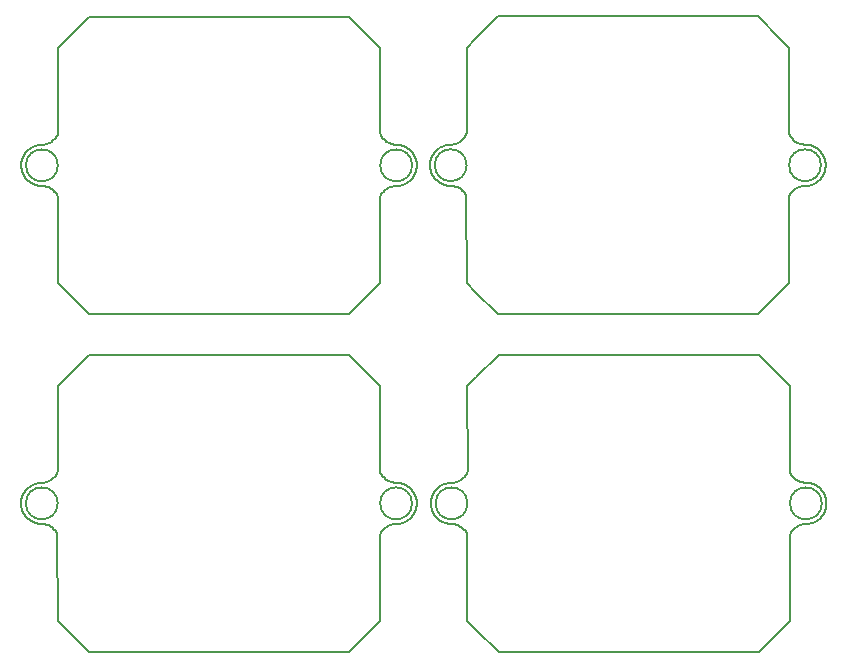
<source format=gbr>
%TF.GenerationSoftware,KiCad,Pcbnew,7.0.7*%
%TF.CreationDate,2023-10-04T23:53:35-06:00*%
%TF.ProjectId,Modular_Interfaces,4d6f6475-6c61-4725-9f49-6e7465726661,rev?*%
%TF.SameCoordinates,Original*%
%TF.FileFunction,Profile,NP*%
%FSLAX46Y46*%
G04 Gerber Fmt 4.6, Leading zero omitted, Abs format (unit mm)*
G04 Created by KiCad (PCBNEW 7.0.7) date 2023-10-04 23:53:35*
%MOMM*%
%LPD*%
G01*
G04 APERTURE LIST*
%TA.AperFunction,Profile*%
%ADD10C,0.150000*%
%TD*%
%TA.AperFunction,Profile*%
%ADD11C,0.200000*%
%TD*%
G04 APERTURE END LIST*
D10*
X154119713Y-104884994D02*
X154178453Y-104965907D01*
X122731321Y-107703117D02*
X122831237Y-107706688D01*
X154492817Y-77287892D02*
X154492754Y-77387879D01*
X156654865Y-104383812D02*
X156566443Y-104430490D01*
X188871004Y-106943155D02*
X188812162Y-107023994D01*
X120990010Y-106104036D02*
X121001475Y-106203363D01*
X155726734Y-77959668D02*
X155765729Y-78051736D01*
X121141301Y-105226873D02*
X121102422Y-105318991D01*
X153987322Y-107173941D02*
X153915552Y-107243557D01*
X151393500Y-87286780D02*
X150643500Y-88036780D01*
X123574300Y-107974620D02*
X123653503Y-108035635D01*
X154465507Y-106203363D02*
X154448388Y-106301873D01*
X122252398Y-79016458D02*
X122349128Y-79041765D01*
X122741330Y-79086779D02*
X122841246Y-79090350D01*
X187285807Y-75571736D02*
X187357000Y-75573480D01*
D11*
X188777291Y-105954118D02*
G75*
G03*
X188777291Y-105954118I-1350000J0D01*
G01*
D10*
X124098280Y-103251514D02*
X124060508Y-103344085D01*
X156863775Y-75644424D02*
X156768686Y-75675333D01*
X156480831Y-104482141D02*
X156398309Y-104538598D01*
X186507279Y-108036635D02*
X186432469Y-108102964D01*
X188036444Y-78936197D02*
X187943230Y-78972369D01*
X154056448Y-104807567D02*
X154119713Y-104884994D01*
X153140026Y-75632295D02*
X153236725Y-75657724D01*
X153841637Y-104598675D02*
X153917182Y-104664174D01*
X121041311Y-106399245D02*
X121069552Y-106495160D01*
X158472450Y-75052431D02*
X158405688Y-75126856D01*
X189089331Y-77075424D02*
X189100670Y-77174765D01*
X121410534Y-104807567D02*
X121347269Y-104884994D01*
X186194421Y-103521362D02*
X186250350Y-103604235D01*
X122147261Y-107602007D02*
X122242389Y-107632796D01*
X187653353Y-79048205D02*
X187554367Y-79062315D01*
X153137872Y-79041765D02*
X153039853Y-79061505D01*
X189020939Y-77865522D02*
X188987266Y-77959668D01*
X188987266Y-77959668D02*
X188948271Y-78051736D01*
X158639974Y-74804204D02*
X158589870Y-74890724D01*
X121882652Y-75813152D02*
X121797040Y-75864803D01*
X157454746Y-79077050D02*
X157554179Y-79087497D01*
X121196418Y-78154728D02*
X121245658Y-78241750D01*
X189106254Y-77374579D02*
X189100481Y-77474398D01*
X151556550Y-103603235D02*
X151618041Y-103682069D01*
X153029844Y-107677843D02*
X152930858Y-107691953D01*
X151378711Y-74635176D02*
X151416483Y-74727747D01*
X156035492Y-78470702D02*
X156103169Y-78544303D01*
X121347269Y-104884994D02*
X121288529Y-104965907D01*
X157819999Y-107759430D02*
X157915165Y-107790081D01*
X188905114Y-76507488D02*
X188949190Y-76597235D01*
X122336965Y-104248633D02*
X122240266Y-104274062D01*
X123798375Y-108173290D02*
X123863354Y-108249275D01*
X151406474Y-103344085D02*
X151450517Y-103433842D01*
X121963051Y-107524399D02*
X122054047Y-107565835D01*
X159457000Y-66623480D02*
X161357000Y-64723480D01*
X151450517Y-103433842D02*
X151500621Y-103520362D01*
X188533724Y-107309960D02*
X188454483Y-107370937D01*
X152735661Y-107703117D02*
X152635745Y-107706688D01*
X187427291Y-104204118D02*
X187527237Y-104206974D01*
X187918393Y-107633796D02*
X187821663Y-107659103D01*
X186062502Y-103252514D02*
X186100274Y-103345085D01*
X152366287Y-104156002D02*
X152463839Y-104177903D01*
X152072751Y-79253323D02*
X151985911Y-79302869D01*
X121001160Y-105705062D02*
X120989821Y-105804403D01*
X124026474Y-74817504D02*
X123976370Y-74904024D01*
X123920441Y-74986897D02*
X123858950Y-75065731D01*
X188456273Y-104538598D02*
X188535437Y-104599675D01*
X155664820Y-77769607D02*
X155693061Y-77865522D01*
X158327930Y-103891727D02*
X158247342Y-103950901D01*
D11*
X154093500Y-77336780D02*
G75*
G03*
X154093500Y-77336780I-1350000J0D01*
G01*
D10*
X157624470Y-107718135D02*
X157722947Y-107735410D01*
X186709351Y-75421331D02*
X186800350Y-75462746D01*
X187356098Y-104202374D02*
X187427291Y-104204118D01*
X186939417Y-107790081D02*
X186846590Y-107827216D01*
X121299787Y-78325817D02*
X121358629Y-78406656D01*
X183427291Y-93354118D02*
X181627291Y-93354118D01*
X158710265Y-103434842D02*
X158660161Y-103521362D01*
X183427291Y-118554118D02*
X161427291Y-118554118D01*
X188539061Y-78613919D02*
X188463433Y-78679322D01*
X152245617Y-107789081D02*
X152152790Y-107826216D01*
X157844874Y-79159443D02*
X157937701Y-79196578D01*
X187655533Y-75599131D02*
X187753526Y-75618995D01*
X153927191Y-76047836D02*
X153998873Y-76117543D01*
X188679957Y-76177929D02*
X188743222Y-76255356D01*
X156319145Y-104599675D02*
X156243600Y-104665174D01*
X154231333Y-106858088D02*
X154177204Y-106942155D01*
X153412935Y-107565835D02*
X153319721Y-107602007D01*
X157554179Y-79087497D02*
X157652656Y-79104772D01*
X154364560Y-105318991D02*
X154398113Y-105413180D01*
X154397430Y-106495160D02*
X154363757Y-106589306D01*
X120984174Y-105904230D02*
X120984237Y-106004217D01*
X123206521Y-75511113D02*
X123110704Y-75539664D01*
X153236725Y-75657724D02*
X153331814Y-75688633D01*
X158707000Y-87273480D02*
X159457000Y-88023480D01*
X161357000Y-64723480D02*
X181557000Y-64723480D01*
X186432469Y-108102964D02*
X186362407Y-108174290D01*
X189018562Y-106682374D02*
X188974373Y-106772066D01*
X154398113Y-105413180D02*
X154426233Y-105509130D01*
X152350792Y-79142092D02*
X152255626Y-79172743D01*
X158421884Y-79543652D02*
X158486863Y-79619637D01*
X159527291Y-116654118D02*
X161427291Y-118554118D01*
X120994183Y-77287892D02*
X120994246Y-77387879D01*
X122633545Y-104205974D02*
X122533926Y-104214534D01*
X153997331Y-78557603D02*
X153925561Y-78627219D01*
X189100670Y-77174765D02*
X189106317Y-77274592D01*
X156250567Y-78679322D02*
X156329808Y-78740299D01*
X188038482Y-75711623D02*
X188129426Y-75753174D01*
X154475516Y-77587025D02*
X154458397Y-77685535D01*
X151748678Y-79485626D02*
X151678616Y-79556952D01*
X187429461Y-107704117D02*
X187429461Y-107704117D01*
X123381140Y-104050969D02*
X123290141Y-104092384D01*
X186094112Y-108593277D02*
X186077291Y-115904118D01*
X157227726Y-104215534D02*
X157128758Y-104229769D01*
X157696943Y-104178903D02*
X157598117Y-104194051D01*
X189106317Y-77274592D02*
X189106254Y-77374579D01*
X153594339Y-104429490D02*
X153679951Y-104481141D01*
X153224593Y-107632796D02*
X153127863Y-107658103D01*
X123231374Y-79172743D02*
X123324201Y-79209878D01*
X186308312Y-75126856D02*
X186380028Y-75196518D01*
X158004649Y-75421331D02*
X157913650Y-75462746D01*
X188127440Y-78894761D02*
X188036444Y-78936197D01*
X150633491Y-95253118D02*
X148733491Y-93353118D01*
X188609352Y-107244557D02*
X188533724Y-107309960D01*
X189176608Y-105905230D02*
X189176545Y-106005217D01*
X186297428Y-108250275D02*
X186237838Y-108330556D01*
X158197809Y-79344982D02*
X158277012Y-79405997D01*
X185257000Y-66623480D02*
X183357000Y-64723480D01*
X151410321Y-79975939D02*
X151393500Y-87286780D01*
X186536949Y-75320263D02*
X186621412Y-75373761D01*
X158792080Y-103252514D02*
X158777291Y-96004118D01*
X155928306Y-105051042D02*
X155879177Y-105138126D01*
X151442138Y-108501466D02*
X151400312Y-108592277D01*
X155678037Y-106005217D02*
X155683810Y-106105036D01*
X151566559Y-74986897D02*
X151628050Y-75065731D01*
X187329545Y-107707688D02*
X187230112Y-107718135D01*
X189170772Y-106105036D02*
X189159307Y-106204363D01*
X157598117Y-104194051D02*
X157498484Y-104202374D01*
X155677974Y-105905230D02*
X155678037Y-106005217D01*
X121357278Y-76268656D02*
X121298538Y-76349569D01*
X121068869Y-105413180D02*
X121040749Y-105509130D01*
X124093500Y-67386780D02*
X124843500Y-66636780D01*
X154241342Y-78241750D02*
X154187213Y-78325817D01*
X153602422Y-78861495D02*
X153513940Y-78908061D01*
X156496152Y-75799852D02*
X156410540Y-75851503D01*
X121961065Y-104382812D02*
X121872643Y-104429490D01*
X123126199Y-107758430D02*
X123221365Y-107789081D01*
X151510630Y-74904024D02*
X151566559Y-74986897D01*
X154363757Y-106589306D02*
X154324762Y-106681374D01*
X158098040Y-107870661D02*
X158184880Y-107920207D01*
X186669702Y-107920207D02*
X186586482Y-107975620D01*
X155613519Y-77474398D02*
X155624984Y-77573725D01*
X121028603Y-77685535D02*
X121051320Y-77782907D01*
X121973060Y-78908061D02*
X122064056Y-78949497D01*
X157259263Y-79070749D02*
X157354830Y-79073479D01*
X154325681Y-105226873D02*
X154364560Y-105318991D01*
X121112431Y-76702653D02*
X121078878Y-76796842D01*
X187525028Y-107701387D02*
X187429461Y-107704117D01*
X186691703Y-104004399D02*
X186779642Y-104051969D01*
X188384192Y-78740299D02*
X188301599Y-78796652D01*
X151892682Y-107974620D02*
X151813479Y-108035635D01*
X188801962Y-76336269D02*
X188855985Y-76420404D01*
X123039156Y-79118072D02*
X123136208Y-79142092D01*
X121151310Y-76610535D02*
X121112431Y-76702653D01*
X157329554Y-107701387D02*
X157425121Y-107704117D01*
X188197731Y-107525399D02*
X188106735Y-107566835D01*
X122434958Y-104228769D02*
X122336965Y-104248633D01*
X186380028Y-75196518D02*
X186456361Y-75261089D01*
X154335690Y-76610535D02*
X154374569Y-76702653D01*
X189091913Y-105414180D02*
X189120033Y-105510130D01*
X158492175Y-108174290D02*
X158557154Y-108250275D01*
X155624669Y-77075424D02*
X155613330Y-77174765D01*
X152833437Y-104205974D02*
X152933056Y-104214534D01*
X123314192Y-107826216D02*
X123404240Y-107869661D01*
X186586482Y-107975620D02*
X186507279Y-108036635D01*
X154178453Y-104965907D02*
X154232476Y-105050042D01*
X189049742Y-76879492D02*
X189072336Y-76976893D01*
X154458836Y-76990193D02*
X154475831Y-77088724D01*
X158333972Y-75196518D02*
X158257639Y-75261089D01*
X155693061Y-77865522D02*
X155726734Y-77959668D01*
X156103169Y-78544303D02*
X156174939Y-78613919D01*
X152843446Y-75589636D02*
X152943065Y-75598196D01*
X122643554Y-75589636D02*
X122543935Y-75598196D01*
X156171918Y-104734881D02*
X156104334Y-104808567D01*
X157749708Y-79128792D02*
X157844874Y-79159443D01*
X186023821Y-79962639D02*
X186007000Y-87273480D01*
X123634130Y-103890727D02*
X123553542Y-103949901D01*
X121559809Y-76047836D02*
X121488127Y-76117543D01*
X155970778Y-76255356D02*
X155912038Y-76336269D01*
X152463839Y-104177903D02*
X152562665Y-104193051D01*
X158690179Y-79962639D02*
X158707000Y-87273480D01*
X187850225Y-75644424D02*
X187945314Y-75675333D01*
X188373751Y-104482141D02*
X188456273Y-104538598D01*
X188288139Y-104430490D02*
X188373751Y-104482141D01*
X121234506Y-105050042D02*
X121185377Y-105137126D01*
X187751372Y-79028465D02*
X187653353Y-79048205D01*
X153915552Y-107243557D02*
X153839924Y-107308960D01*
X123848941Y-103682069D02*
X123782179Y-103756494D01*
X121884578Y-78861495D02*
X121973060Y-78908061D01*
X187359170Y-79073479D02*
X187259254Y-79077050D01*
X157327345Y-104206974D02*
X157227726Y-104215534D01*
X153762473Y-104537598D02*
X153841637Y-104598675D01*
X189176545Y-106005217D02*
X189170772Y-106105036D01*
X124833491Y-95253118D02*
X126733491Y-93353118D01*
X121421992Y-78484002D02*
X121489669Y-78557603D01*
X157229924Y-107692953D02*
X157329554Y-107701387D01*
X155972129Y-78393356D02*
X156035492Y-78470702D01*
X153503931Y-107524399D02*
X153412935Y-107565835D01*
X186846590Y-107827216D02*
X186756542Y-107870661D01*
X122536124Y-107691953D02*
X122635754Y-107700387D01*
X152562665Y-104193051D02*
X152662298Y-104201374D01*
X155712394Y-106302873D02*
X155735111Y-106400245D01*
X120999830Y-77188065D02*
X120994183Y-77287892D01*
X186237838Y-108330556D02*
X186183923Y-108414754D01*
X155692378Y-76783542D02*
X155664258Y-76879492D01*
X124076679Y-79975939D02*
X124093500Y-87286780D01*
X151383491Y-96003118D02*
X150633491Y-95253118D01*
X124833491Y-116653118D02*
X126733491Y-118553118D01*
X188301599Y-78796652D02*
X188215922Y-78848195D01*
X122645763Y-79084049D02*
X122741330Y-79086779D01*
X123290141Y-104092384D02*
X123196512Y-104127451D01*
X155797025Y-106590306D02*
X155836020Y-106682374D01*
X122904317Y-104193051D02*
X122804684Y-104201374D01*
X151500621Y-103520362D02*
X151556550Y-103603235D01*
X151985911Y-79302869D02*
X151902691Y-79358282D01*
X189119471Y-106400245D02*
X189091230Y-106496160D01*
X153039853Y-79061505D02*
X152940867Y-79075615D01*
X156041069Y-104885994D02*
X155982329Y-104966907D01*
X152447844Y-79118072D02*
X152350792Y-79142092D01*
X123324201Y-79209878D02*
X123414249Y-79253323D01*
X188385982Y-75907960D02*
X188465146Y-75969037D01*
X152733491Y-104203118D02*
X152833437Y-104205974D01*
X151813479Y-108035635D02*
X151738669Y-108101964D01*
X121186409Y-106771066D02*
X121235649Y-106858088D01*
X156770770Y-78972369D02*
X156865898Y-79003158D01*
X187823817Y-104249633D02*
X187920516Y-104275062D01*
X188217848Y-75799852D02*
X188303460Y-75851503D01*
X188371890Y-107427290D02*
X188286213Y-107478833D01*
X155683621Y-105805403D02*
X155677974Y-105905230D01*
X188904082Y-78141428D02*
X188854842Y-78228450D01*
X158404263Y-103827156D02*
X158327930Y-103891727D01*
X155734549Y-105510130D02*
X155711955Y-105607531D01*
X186135938Y-108502466D02*
X186094112Y-108593277D01*
X154492754Y-77387879D02*
X154486981Y-77487698D01*
X186227137Y-79619637D02*
X186167547Y-79699918D01*
X123976370Y-74904024D02*
X123920441Y-74986897D01*
X187527237Y-104206974D02*
X187626856Y-104215534D01*
X153515926Y-75766474D02*
X153604348Y-75813152D01*
X155859158Y-78228450D02*
X155913287Y-78312517D01*
X148733491Y-118553118D02*
X126733491Y-118553118D01*
X151400312Y-108592277D02*
X151383491Y-115903118D01*
X151554047Y-79713218D02*
X151500132Y-79797416D01*
X120984237Y-106004217D02*
X120990010Y-106104036D01*
X155879177Y-105138126D02*
X155835101Y-105227873D01*
X157498484Y-104202374D02*
X157427291Y-104204118D01*
X152536312Y-107717135D02*
X152437835Y-107734410D01*
X148733491Y-93353118D02*
X146933491Y-93353118D01*
X158184880Y-107920207D02*
X158268100Y-107975620D01*
X188948271Y-78051736D02*
X188904082Y-78141428D01*
X188610831Y-78544303D02*
X188539061Y-78613919D01*
X154482808Y-105904230D02*
X154482745Y-106004217D01*
X156568369Y-107478833D02*
X156656851Y-107525399D01*
X121411983Y-107100340D02*
X121479660Y-107173941D01*
X158177051Y-75320263D02*
X158092588Y-75373761D01*
X154242485Y-76433704D02*
X154291614Y-76520788D01*
X158604232Y-103604235D02*
X158542741Y-103683069D01*
X188813513Y-104885994D02*
X188872253Y-104966907D01*
X123710463Y-103826156D02*
X123634130Y-103890727D01*
X186686251Y-79240023D02*
X186599411Y-79289569D01*
X123479088Y-75387061D02*
X123391149Y-75434631D01*
X152152790Y-107826216D02*
X152062742Y-107869661D01*
X121797040Y-75864803D02*
X121714518Y-75921260D01*
X154458397Y-77685535D02*
X154435680Y-77782907D01*
X189089016Y-77573725D02*
X189071897Y-77672235D01*
X156248854Y-75969037D02*
X156173309Y-76034536D01*
X121103225Y-106589306D02*
X121142220Y-106681374D01*
X121069552Y-106495160D02*
X121103225Y-106589306D01*
X159457000Y-88023480D02*
X161357000Y-89923480D01*
X188612373Y-76104243D02*
X188679957Y-76177929D01*
X186869126Y-79159443D02*
X186776299Y-79196578D01*
X124016465Y-103433842D02*
X123966361Y-103520362D01*
X189058360Y-105319991D02*
X189091913Y-105414180D01*
X186065647Y-79871828D02*
X186023821Y-79962639D01*
X157257054Y-75576336D02*
X157157435Y-75584896D01*
X188535437Y-104599675D02*
X188610982Y-104665174D01*
X151684803Y-103756494D02*
X151756519Y-103826156D01*
X122339119Y-107658103D02*
X122437138Y-107677843D01*
X124024844Y-108501466D02*
X124066670Y-108592277D01*
X155835101Y-105227873D02*
X155796222Y-105319991D01*
X121551430Y-107243557D02*
X121627058Y-107308960D01*
X188610982Y-104665174D02*
X188682664Y-104734881D01*
X156675518Y-75711623D02*
X156584574Y-75753174D01*
X153414973Y-104341261D02*
X153505917Y-104382812D01*
X157890312Y-104128451D02*
X157794495Y-104157002D01*
X156838977Y-104305971D02*
X156745809Y-104342261D01*
X188015605Y-104305971D02*
X188108773Y-104342261D01*
X121244515Y-76433704D02*
X121195386Y-76520788D01*
X121635354Y-75982337D02*
X121559809Y-76047836D01*
X158027749Y-79240023D02*
X158114589Y-79289569D01*
X153839924Y-107308960D02*
X153760683Y-107369937D01*
X153760683Y-107369937D02*
X153678090Y-107426290D01*
X123136208Y-79142092D02*
X123231374Y-79172743D01*
X158557154Y-108250275D02*
X158616744Y-108330556D01*
X156656851Y-107525399D02*
X156747847Y-107566835D01*
X152745670Y-79086779D02*
X152745670Y-79086779D01*
X152340783Y-107758430D02*
X152245617Y-107789081D01*
X156584574Y-75753174D02*
X156496152Y-75799852D01*
X188215922Y-78848195D02*
X188127440Y-78894761D01*
X186007000Y-87273480D02*
X185257000Y-88023480D01*
X152735661Y-107703117D02*
X152735661Y-107703117D01*
X188106735Y-107566835D02*
X188013521Y-107603007D01*
X124843500Y-66636780D02*
X126743500Y-64736780D01*
X158589870Y-74890724D02*
X158533941Y-74973597D01*
X188303460Y-75851503D02*
X188385982Y-75907960D01*
X155642103Y-77672235D02*
X155664820Y-77769607D01*
X186007000Y-67373480D02*
X185257000Y-66623480D01*
X123100695Y-104156002D02*
X123003143Y-104177903D01*
X123391149Y-75434631D02*
X123300150Y-75476046D01*
X156747847Y-107566835D02*
X156841061Y-107603007D01*
X154324762Y-106681374D02*
X154280573Y-106771066D01*
X187556565Y-75584896D02*
X187655533Y-75599131D01*
X153130017Y-104248633D02*
X153226716Y-104274062D01*
X123922944Y-108329556D02*
X123976859Y-108413754D01*
X186800350Y-75462746D02*
X186893979Y-75497813D01*
X153917182Y-104664174D02*
X153988864Y-104733881D01*
X121245658Y-78241750D02*
X121299787Y-78325817D01*
X187723644Y-107678843D02*
X187624658Y-107692953D01*
X152841237Y-79084049D02*
X152745670Y-79086779D01*
D11*
X124093500Y-77336780D02*
G75*
G03*
X124093500Y-77336780I-1350000J0D01*
G01*
D10*
X156934066Y-104275062D02*
X156838977Y-104305971D01*
X121549800Y-104664174D02*
X121478118Y-104733881D01*
X150633491Y-116653118D02*
X148733491Y-118553118D01*
X155683810Y-106105036D02*
X155695275Y-106204363D01*
X151756519Y-103826156D02*
X151832852Y-103890727D01*
X121050758Y-76892792D02*
X121028164Y-76990193D01*
X158007992Y-107827216D02*
X158098040Y-107870661D01*
X151500132Y-79797416D02*
X151452147Y-79885128D01*
X121971074Y-75766474D02*
X121882652Y-75813152D01*
X121028164Y-76990193D02*
X121011169Y-77088724D01*
X154128371Y-78406656D02*
X154065008Y-78484002D01*
X153592413Y-107477833D02*
X153503931Y-107524399D01*
X158486863Y-79619637D02*
X158546453Y-79699918D01*
X189120033Y-105510130D02*
X189142627Y-105607531D01*
X121420543Y-76191229D02*
X121357278Y-76268656D01*
X151766528Y-75209818D02*
X151842861Y-75274389D01*
X155809918Y-78141428D02*
X155859158Y-78228450D01*
X153925561Y-78627219D02*
X153849933Y-78692622D01*
X122940679Y-79100797D02*
X123039156Y-79118072D01*
X158721789Y-74621876D02*
X158684017Y-74714447D01*
X153770692Y-78753599D02*
X153688099Y-78809952D01*
X154054999Y-107100340D02*
X153987322Y-107173941D01*
X154435680Y-77782907D02*
X154407439Y-77878822D01*
X188465146Y-75969037D02*
X188540691Y-76034536D01*
X187131635Y-107735410D02*
X187034583Y-107759430D01*
X148743500Y-89936780D02*
X126743500Y-89936780D01*
X154477161Y-105804403D02*
X154482808Y-105904230D01*
X156410540Y-75851503D02*
X156328018Y-75907960D01*
X188988069Y-76689353D02*
X189021622Y-76783542D01*
X122914326Y-75576713D02*
X122814693Y-75585036D01*
X158542741Y-103683069D02*
X158475979Y-103757494D01*
X154373766Y-77972968D02*
X154334771Y-78065036D01*
X154334771Y-78065036D02*
X154290582Y-78154728D01*
X151416483Y-74727747D02*
X151460526Y-74817504D01*
X186607240Y-103950901D02*
X186691703Y-104004399D01*
X152473848Y-75561565D02*
X152572674Y-75576713D01*
X188748799Y-107101340D02*
X188681122Y-107174941D01*
X157915165Y-107790081D02*
X158007992Y-107827216D01*
X187624658Y-107692953D02*
X187525028Y-107701387D01*
X186621412Y-75373761D02*
X186709351Y-75421331D01*
X122062018Y-75724923D02*
X121971074Y-75766474D01*
X158405688Y-75126856D02*
X158333972Y-75196518D01*
X123738322Y-79485626D02*
X123808384Y-79556952D01*
X187725824Y-104229769D02*
X187823817Y-104249633D01*
X152255626Y-79172743D02*
X152162799Y-79209878D01*
X186756542Y-107870661D02*
X186669702Y-107920207D01*
X185992211Y-74621876D02*
X186007000Y-67373480D01*
X121478118Y-104733881D02*
X121410534Y-104807567D01*
X154482745Y-106004217D02*
X154476972Y-106104036D01*
X186077291Y-115904118D02*
X185327291Y-116654118D01*
X187626856Y-104215534D02*
X187725824Y-104229769D01*
X186779642Y-104051969D02*
X186870641Y-104093384D01*
X154177204Y-106942155D02*
X154118362Y-107022994D01*
X186362407Y-108174290D02*
X186297428Y-108250275D01*
X152162799Y-79209878D02*
X152072751Y-79253323D01*
X152635745Y-107706688D02*
X152536312Y-107717135D01*
X122743500Y-75586780D02*
X122643554Y-75589636D01*
X153424982Y-75724923D02*
X153515926Y-75766474D01*
X124093500Y-87286780D02*
X124843500Y-88036780D01*
X156173460Y-107174941D02*
X156245230Y-107244557D01*
X123966361Y-103520362D02*
X123910432Y-103603235D01*
X123221365Y-107789081D02*
X123314192Y-107826216D01*
X186516191Y-79344982D02*
X186436988Y-79405997D01*
X158792080Y-103252514D02*
X158754308Y-103345085D01*
X123029147Y-107734410D02*
X123126199Y-107758430D01*
X157983941Y-104093384D02*
X157890312Y-104128451D01*
X186241550Y-75052431D02*
X186308312Y-75126856D01*
X158670659Y-108414754D02*
X158718644Y-108502466D01*
X158268100Y-107975620D02*
X158347303Y-108036635D01*
X155765729Y-78051736D02*
X155809918Y-78141428D01*
X186893979Y-75497813D02*
X186989796Y-75526364D01*
X186100274Y-103345085D02*
X186144317Y-103434842D01*
X187186174Y-75563413D02*
X187285807Y-75571736D01*
X158777291Y-96004118D02*
X159527291Y-95254118D01*
X124098280Y-103251514D02*
X124083491Y-96003118D01*
X121152229Y-78065036D02*
X121196418Y-78154728D01*
X122052009Y-104341261D02*
X121961065Y-104382812D01*
X188454483Y-107370937D02*
X188371890Y-107427290D01*
X122930670Y-107717135D02*
X123029147Y-107734410D01*
X186311841Y-103683069D02*
X186378603Y-103757494D01*
X154066457Y-76191229D02*
X154129722Y-76268656D01*
X188854842Y-78228450D02*
X188800713Y-78312517D01*
X155836020Y-106682374D02*
X155880209Y-106772066D01*
D11*
X124083491Y-105953118D02*
G75*
G03*
X124083491Y-105953118I-1350000J0D01*
G01*
D10*
X186599411Y-79289569D02*
X186516191Y-79344982D01*
X158648353Y-79871828D02*
X158690179Y-79962639D01*
X187034583Y-107759430D02*
X186939417Y-107790081D01*
X155808886Y-76507488D02*
X155764810Y-76597235D01*
X124070517Y-74727747D02*
X124026474Y-74817504D01*
X120994246Y-77387879D02*
X121000019Y-77487698D01*
X186870641Y-104093384D02*
X186964270Y-104128451D01*
X124843500Y-88036780D02*
X126743500Y-89936780D01*
X185992211Y-74621876D02*
X186029983Y-74714447D01*
X154129722Y-76268656D02*
X154188462Y-76349569D01*
X122242389Y-107632796D02*
X122339119Y-107658103D01*
X156243600Y-104665174D02*
X156171918Y-104734881D01*
X156400099Y-107370937D02*
X156482692Y-107427290D01*
X188926276Y-105051042D02*
X188975405Y-105138126D01*
X151628050Y-75065731D02*
X151694812Y-75140156D01*
X123808384Y-79556952D02*
X123873363Y-79632937D01*
X122831237Y-107706688D02*
X122930670Y-107717135D01*
X155641664Y-76976893D02*
X155624669Y-77075424D01*
X156482692Y-107427290D02*
X156568369Y-107478833D01*
X123013152Y-75561565D02*
X122914326Y-75576713D01*
X188741871Y-78393356D02*
X188678508Y-78470702D01*
X153331814Y-75688633D02*
X153424982Y-75724923D01*
X188286213Y-107478833D02*
X188197731Y-107525399D01*
X156245230Y-107244557D02*
X156320858Y-107309960D01*
X157032919Y-107659103D02*
X157130938Y-107678843D01*
X122533926Y-104214534D02*
X122434958Y-104228769D01*
X152062742Y-107869661D02*
X151975902Y-107919207D01*
X188681122Y-107174941D02*
X188609352Y-107244557D01*
X121798901Y-78809952D02*
X121884578Y-78861495D01*
X122543935Y-75598196D02*
X122444967Y-75612431D01*
X121488127Y-76117543D02*
X121420543Y-76191229D01*
X156865898Y-79003158D02*
X156962628Y-79028465D01*
X186964270Y-104128451D02*
X187060087Y-104157002D01*
X148743500Y-64736780D02*
X146943500Y-64736780D01*
X156104334Y-104808567D02*
X156041069Y-104885994D01*
X122349128Y-79041765D02*
X122447147Y-79061505D01*
X152943065Y-75598196D02*
X153042033Y-75612431D01*
X123491080Y-107919207D02*
X123574300Y-107974620D01*
X186183923Y-108414754D02*
X186135938Y-108502466D01*
X186456361Y-75261089D02*
X186536949Y-75320263D01*
X155607746Y-77374579D02*
X155613519Y-77474398D01*
X187087348Y-75548265D02*
X187186174Y-75563413D01*
X189071897Y-77672235D02*
X189049180Y-77769607D01*
X123469079Y-104003399D02*
X123381140Y-104050969D01*
X157060647Y-79048205D02*
X157159633Y-79062315D01*
X185327291Y-116654118D02*
X183427291Y-118554118D01*
X155711955Y-105607531D02*
X155694960Y-105706062D01*
X151603628Y-108249275D02*
X151544038Y-108329556D01*
X187061344Y-79104772D02*
X186964292Y-79128792D01*
X157030765Y-104249633D02*
X156934066Y-104275062D01*
X151823488Y-79419297D02*
X151748678Y-79485626D01*
X121102422Y-105318991D02*
X121068869Y-105413180D01*
X188108773Y-104342261D02*
X188199717Y-104383812D01*
X187357000Y-75573480D02*
X187456946Y-75576336D01*
X151738669Y-108101964D02*
X151668607Y-108173290D01*
X152376296Y-75539664D02*
X152473848Y-75561565D01*
X155762669Y-105414180D02*
X155734549Y-105510130D01*
X186062502Y-103252514D02*
X186077291Y-96004118D01*
X157425121Y-107704117D02*
X157525037Y-107707688D01*
X188750248Y-104808567D02*
X188813513Y-104885994D01*
X154291614Y-76520788D02*
X154335690Y-76610535D01*
X154280573Y-106771066D02*
X154231333Y-106858088D01*
X187157639Y-104178903D02*
X187256465Y-104194051D01*
X151618041Y-103682069D02*
X151684803Y-103756494D01*
X153998873Y-76117543D02*
X154066457Y-76191229D01*
X187159821Y-79087497D02*
X187061344Y-79104772D01*
X154290582Y-78154728D02*
X154241342Y-78241750D01*
X189072336Y-76976893D02*
X189089331Y-77075424D01*
X156320858Y-107309960D02*
X156400099Y-107370937D01*
X188013521Y-107603007D02*
X187918393Y-107633796D01*
X121872643Y-104429490D02*
X121787031Y-104481141D01*
X155694960Y-105706062D02*
X155683621Y-105805403D01*
X189091230Y-106496160D02*
X189057557Y-106590306D01*
X121627058Y-107308960D02*
X121706299Y-107369937D01*
X152572674Y-75576713D02*
X152672307Y-75585036D01*
X152933056Y-104214534D02*
X153032024Y-104228769D01*
X158718644Y-108502466D02*
X158760470Y-108593277D01*
X154486981Y-77487698D02*
X154475516Y-77587025D01*
X122733491Y-104203118D02*
X122633545Y-104205974D01*
X123300150Y-75476046D02*
X123206521Y-75511113D01*
X121011484Y-77587025D02*
X121028603Y-77685535D01*
X151544038Y-108329556D02*
X151490123Y-108413754D01*
X123563551Y-75333563D02*
X123479088Y-75387061D01*
X153688099Y-78809952D02*
X153602422Y-78861495D01*
X121706299Y-107369937D02*
X121788892Y-107426290D01*
X123196512Y-104127451D02*
X123100695Y-104156002D01*
X154232476Y-105050042D02*
X154281605Y-105137126D01*
X157130938Y-107678843D02*
X157229924Y-107692953D01*
X151393500Y-67386780D02*
X150643500Y-66636780D01*
X123414249Y-79253323D02*
X123501089Y-79302869D01*
X152437835Y-107734410D02*
X152340783Y-107758430D01*
X154425671Y-106399245D02*
X154397430Y-106495160D01*
X152743500Y-75586780D02*
X152843446Y-75589636D01*
X189021622Y-76783542D02*
X189049742Y-76879492D01*
X120989821Y-105804403D02*
X120984174Y-105904230D01*
X155880209Y-106772066D02*
X155929449Y-106859088D01*
X186124130Y-74890724D02*
X186180059Y-74973597D01*
X156936189Y-107633796D02*
X157032919Y-107659103D01*
X152831228Y-107700387D02*
X152735661Y-107703117D01*
X154475831Y-77088724D02*
X154487170Y-77188065D01*
X186450319Y-103827156D02*
X186526652Y-103891727D01*
X154487170Y-77188065D02*
X154492817Y-77287892D01*
X151842861Y-75274389D02*
X151923449Y-75333563D01*
X151368702Y-103251514D02*
X151406474Y-103344085D01*
X153319721Y-107602007D02*
X153224593Y-107632796D01*
X153234602Y-79016458D02*
X153137872Y-79041765D01*
X188855985Y-76420404D02*
X188905114Y-76507488D01*
X157794495Y-104157002D02*
X157696943Y-104178903D01*
X158684017Y-74714447D02*
X158639974Y-74804204D01*
X153772482Y-75921260D02*
X153851646Y-75982337D01*
X188925133Y-106859088D02*
X188871004Y-106943155D01*
X155764810Y-76597235D02*
X155725931Y-76689353D01*
X156768686Y-75675333D02*
X156675518Y-75711623D01*
X122145177Y-104304971D02*
X122052009Y-104341261D01*
X156677556Y-78936197D02*
X156770770Y-78972369D01*
D11*
X188707000Y-77323480D02*
G75*
G03*
X188707000Y-77323480I-1350000J0D01*
G01*
D10*
X153849933Y-78692622D02*
X153770692Y-78753599D01*
X158092588Y-75373761D02*
X158004649Y-75421331D01*
X126743500Y-64736780D02*
X146943500Y-64736780D01*
X123728313Y-108101964D02*
X123798375Y-108173290D01*
X157652656Y-79104772D02*
X157749708Y-79128792D01*
X122437138Y-107677843D02*
X122536124Y-107691953D01*
D11*
X154083491Y-105953118D02*
G75*
G03*
X154083491Y-105953118I-1350000J0D01*
G01*
D10*
X188678508Y-78470702D02*
X188610831Y-78544303D01*
X151832852Y-103890727D02*
X151913440Y-103949901D01*
X151923449Y-75333563D02*
X152007912Y-75387061D01*
X121298538Y-76349569D02*
X121244515Y-76433704D01*
X186436988Y-79405997D02*
X186362178Y-79472326D01*
X155796222Y-105319991D02*
X155762669Y-105414180D01*
X155763352Y-106496160D02*
X155797025Y-106590306D01*
X157722947Y-107735410D02*
X157819999Y-107759430D01*
X121289778Y-106942155D02*
X121348620Y-107022994D01*
X123863354Y-108249275D02*
X123922944Y-108329556D01*
X157525037Y-107707688D02*
X157624470Y-107718135D01*
X188800713Y-78312517D02*
X188741871Y-78393356D01*
X124108289Y-74635176D02*
X124093500Y-67386780D01*
X123792188Y-75140156D02*
X123720472Y-75209818D01*
X156962628Y-79028465D02*
X157060647Y-79048205D01*
X187821663Y-107659103D02*
X187723644Y-107678843D01*
X154426233Y-105509130D02*
X154448827Y-105606531D01*
X158660161Y-103521362D02*
X158604232Y-103604235D01*
X189159622Y-105706062D02*
X189170961Y-105805403D01*
X121874569Y-107477833D02*
X121963051Y-107524399D01*
X126733491Y-93353118D02*
X146933491Y-93353118D01*
X157724204Y-75526364D02*
X157626652Y-75548265D01*
X153513940Y-78908061D02*
X153422944Y-78949497D01*
X185327291Y-95254118D02*
X183427291Y-93354118D01*
X154465822Y-105705062D02*
X154477161Y-105804403D01*
X155983578Y-106943155D02*
X156042420Y-107023994D01*
X156586560Y-78894761D02*
X156677556Y-78936197D01*
X154065008Y-78484002D02*
X153997331Y-78557603D01*
X123910432Y-103603235D02*
X123848941Y-103682069D01*
X158162879Y-104004399D02*
X158074940Y-104051969D01*
X121078878Y-76796842D02*
X121050758Y-76892792D01*
X121704509Y-104537598D02*
X121625345Y-104598675D01*
X159527291Y-95254118D02*
X161427291Y-93354118D01*
X186029983Y-74714447D02*
X186074026Y-74804204D01*
X157354830Y-79073479D02*
X157454746Y-79077050D01*
X122841246Y-79090350D02*
X122940679Y-79100797D01*
X152280479Y-75511113D02*
X152376296Y-75539664D01*
X186144317Y-103434842D02*
X186194421Y-103521362D01*
X186077291Y-96004118D02*
X185327291Y-95254118D01*
X152546321Y-79100797D02*
X152447844Y-79118072D01*
X189057557Y-106590306D02*
X189018562Y-106682374D01*
X122346974Y-75632295D02*
X122250275Y-75657724D01*
X122054047Y-107565835D02*
X122147261Y-107602007D01*
X152270470Y-104127451D02*
X152366287Y-104156002D01*
X154281605Y-105137126D02*
X154325681Y-105226873D01*
X123720472Y-75209818D02*
X123644139Y-75274389D01*
X155858015Y-76420404D02*
X155808886Y-76507488D01*
X151452147Y-79885128D02*
X151410321Y-79975939D01*
X158475979Y-103757494D02*
X158404263Y-103827156D01*
X187259254Y-79077050D02*
X187159821Y-79087497D01*
X188974373Y-106772066D02*
X188925133Y-106859088D01*
X188129426Y-75753174D02*
X188217848Y-75799852D01*
X186250350Y-103604235D02*
X186311841Y-103683069D01*
X151368702Y-103251514D02*
X151383491Y-96003118D01*
X150643500Y-66636780D02*
X148743500Y-64736780D01*
X156101627Y-76104243D02*
X156034043Y-76177929D01*
X151678616Y-79556952D02*
X151613637Y-79632937D01*
X123584309Y-79358282D02*
X123663512Y-79419297D01*
X157626652Y-75548265D02*
X157527826Y-75563413D01*
X150643500Y-88036780D02*
X148743500Y-89936780D01*
X154408122Y-76796842D02*
X154436242Y-76892792D01*
X123986868Y-79797416D02*
X124034853Y-79885128D01*
X121235649Y-106858088D02*
X121289778Y-106942155D01*
X121051320Y-77782907D02*
X121079561Y-77878822D01*
X153988864Y-104733881D02*
X154056448Y-104807567D01*
X189170961Y-105805403D02*
X189176608Y-105905230D01*
X156329808Y-78740299D02*
X156412401Y-78796652D01*
X151613637Y-79632937D02*
X151554047Y-79713218D01*
X151383491Y-115903118D02*
X150633491Y-116653118D01*
X156173309Y-76034536D02*
X156101627Y-76104243D01*
X152930858Y-107691953D02*
X152831228Y-107700387D01*
X121288529Y-104965907D02*
X121234506Y-105050042D01*
X186776299Y-79196578D02*
X186686251Y-79240023D01*
X123644139Y-75274389D02*
X123563551Y-75333563D01*
X122804684Y-104201374D02*
X122733491Y-104203118D01*
X183357000Y-89923480D02*
X161357000Y-89923480D01*
X151490123Y-108413754D02*
X151442138Y-108501466D01*
X121113234Y-77972968D02*
X121152229Y-78065036D01*
X155607683Y-77274592D02*
X155607746Y-77374579D01*
X153851646Y-75982337D02*
X153927191Y-76047836D01*
X151913440Y-103949901D02*
X151997903Y-104003399D01*
X187060087Y-104157002D02*
X187157639Y-104178903D01*
X158422113Y-108102964D02*
X158492175Y-108174290D01*
X151902691Y-79358282D02*
X151823488Y-79419297D01*
X157427291Y-104204118D02*
X157327345Y-104206974D01*
X186362178Y-79472326D02*
X186292116Y-79543652D01*
X188682664Y-104734881D02*
X188750248Y-104808567D01*
X155929449Y-106859088D02*
X155983578Y-106943155D01*
X156745809Y-104342261D02*
X156654865Y-104383812D01*
X122064056Y-78949497D02*
X122157270Y-78985669D01*
X156960474Y-75618995D02*
X156863775Y-75644424D01*
X123653503Y-108035635D02*
X123728313Y-108101964D01*
X155613330Y-77174765D02*
X155607683Y-77274592D01*
X155982329Y-104966907D02*
X155928306Y-105051042D01*
X124034853Y-79885128D02*
X124076679Y-79975939D01*
X121348620Y-107022994D02*
X121411983Y-107100340D01*
X123110704Y-75539664D02*
X123013152Y-75561565D01*
X189049180Y-77769607D02*
X189020939Y-77865522D01*
X186074026Y-74804204D02*
X186124130Y-74890724D01*
X188949190Y-76597235D02*
X188988069Y-76689353D01*
X152186850Y-75476046D02*
X152280479Y-75511113D01*
X154187213Y-78325817D02*
X154128371Y-78406656D01*
X157157435Y-75584896D02*
X157058467Y-75599131D01*
X124108289Y-74635176D02*
X124070517Y-74727747D01*
X158257639Y-75261089D02*
X158177051Y-75320263D01*
X121561439Y-78627219D02*
X121637067Y-78692622D01*
X189100481Y-77474398D02*
X189089016Y-77573725D01*
X188872253Y-104966907D02*
X188926276Y-105051042D01*
D11*
X158707000Y-77323480D02*
G75*
G03*
X158707000Y-77323480I-1350000J0D01*
G01*
D10*
X186378603Y-103757494D02*
X186450319Y-103827156D01*
X156398309Y-104538598D02*
X156319145Y-104599675D01*
X188463433Y-78679322D02*
X188384192Y-78740299D01*
X158721789Y-74621876D02*
X158707000Y-67373480D01*
X122155186Y-75688633D02*
X122062018Y-75724923D01*
X186989796Y-75526364D02*
X187087348Y-75548265D01*
X155695275Y-106204363D02*
X155712394Y-106302873D01*
X151378711Y-74635176D02*
X151393500Y-67386780D01*
X121011169Y-77088724D02*
X120999830Y-77188065D01*
X188743222Y-76255356D02*
X188801962Y-76336269D01*
X157357000Y-75573480D02*
X157257054Y-75576336D01*
X121001475Y-106203363D02*
X121018594Y-106301873D01*
X124060508Y-103344085D02*
X124016465Y-103433842D01*
X152745670Y-79086779D02*
X152645754Y-79090350D01*
X158754308Y-103345085D02*
X158710265Y-103434842D01*
X153127863Y-107658103D02*
X153029844Y-107677843D01*
X121489669Y-78557603D02*
X121561439Y-78627219D01*
X152176841Y-104092384D02*
X152270470Y-104127451D01*
X188199717Y-104383812D02*
X188288139Y-104430490D01*
X121714518Y-75921260D02*
X121635354Y-75982337D01*
X123501089Y-79302869D02*
X123584309Y-79358282D01*
X152095851Y-75434631D02*
X152186850Y-75476046D01*
X121787031Y-104481141D02*
X121704509Y-104537598D01*
X156566443Y-104430490D02*
X156480831Y-104482141D01*
X155913287Y-78312517D02*
X155972129Y-78393356D01*
X152662298Y-104201374D02*
X152733491Y-104203118D01*
X153679951Y-104481141D02*
X153762473Y-104537598D01*
X152645754Y-79090350D02*
X152546321Y-79100797D01*
X123873363Y-79632937D02*
X123932953Y-79713218D01*
X157128758Y-104229769D02*
X157030765Y-104249633D01*
X121358629Y-78406656D02*
X121421992Y-78484002D01*
X152085842Y-104050969D02*
X152176841Y-104092384D01*
X158277012Y-79405997D02*
X158351822Y-79472326D01*
X121637067Y-78692622D02*
X121716308Y-78753599D01*
X153329730Y-78985669D02*
X153234602Y-79016458D01*
X122814693Y-75585036D02*
X122743500Y-75586780D01*
X121079561Y-77878822D02*
X121113234Y-77972968D01*
X121625345Y-104598675D02*
X121549800Y-104664174D01*
X187848102Y-79003158D02*
X187751372Y-79028465D01*
X155735111Y-106400245D02*
X155763352Y-106496160D01*
X122635754Y-107700387D02*
X122731321Y-107703117D01*
X157527826Y-75563413D02*
X157428193Y-75571736D01*
X188975405Y-105138126D02*
X189019481Y-105227873D01*
X187429461Y-107704117D02*
X187329545Y-107707688D01*
X122240266Y-104274062D02*
X122145177Y-104304971D01*
X153689960Y-75864803D02*
X153772482Y-75921260D01*
X121788892Y-107426290D02*
X121874569Y-107477833D01*
X122250275Y-75657724D02*
X122155186Y-75688633D01*
X156105783Y-107101340D02*
X156173460Y-107174941D01*
X158777291Y-115904118D02*
X159527291Y-116654118D01*
X158600368Y-79784116D02*
X158648353Y-79871828D01*
X157058467Y-75599131D02*
X156960474Y-75618995D01*
X121195386Y-76520788D02*
X121151310Y-76610535D01*
X158707000Y-67373480D02*
X159457000Y-66623480D01*
X152672307Y-75585036D02*
X152743500Y-75586780D01*
X154436242Y-76892792D02*
X154458836Y-76990193D01*
X157159633Y-79062315D02*
X157259263Y-79070749D01*
X155624984Y-77573725D02*
X155642103Y-77672235D01*
X156174939Y-78613919D02*
X156250567Y-78679322D01*
X156034043Y-76177929D02*
X155970778Y-76255356D01*
X153226716Y-104274062D02*
X153321805Y-104304971D01*
X187256465Y-104194051D02*
X187356098Y-104202374D01*
X123932953Y-79713218D02*
X123986868Y-79797416D01*
X186113632Y-79784116D02*
X186065647Y-79871828D01*
X121000019Y-77487698D02*
X121011484Y-77587025D01*
X158114589Y-79289569D02*
X158197809Y-79344982D01*
X121040749Y-105509130D02*
X121018155Y-105606531D01*
X153422944Y-78949497D02*
X153329730Y-78985669D01*
X158347303Y-108036635D02*
X158422113Y-108102964D01*
X187230112Y-107718135D02*
X187131635Y-107735410D01*
X188812162Y-107023994D02*
X188748799Y-107101340D01*
X155912038Y-76336269D02*
X155858015Y-76420404D01*
X153321805Y-104304971D02*
X153414973Y-104341261D01*
X187945314Y-75675333D02*
X188038482Y-75711623D01*
X157820021Y-75497813D02*
X157724204Y-75526364D01*
X158533941Y-74973597D02*
X158472450Y-75052431D01*
X187920516Y-104275062D02*
X188015605Y-104305971D01*
X153678090Y-107426290D02*
X153592413Y-107477833D01*
X122157270Y-78985669D02*
X122252398Y-79016458D01*
X186180059Y-74973597D02*
X186241550Y-75052431D01*
X151997903Y-104003399D02*
X152085842Y-104050969D01*
X189019481Y-105227873D02*
X189058360Y-105319991D01*
X186167547Y-79699918D02*
X186113632Y-79784116D01*
X187359170Y-79073479D02*
X187359170Y-79073479D01*
X157913650Y-75462746D02*
X157820021Y-75497813D01*
X153505917Y-104382812D02*
X153594339Y-104429490D01*
X153032024Y-104228769D02*
X153130017Y-104248633D01*
X156042420Y-107023994D02*
X156105783Y-107101340D01*
X123782179Y-103756494D02*
X123710463Y-103826156D01*
X121716308Y-78753599D02*
X121798901Y-78809952D01*
X121018594Y-106301873D02*
X121041311Y-106399245D01*
X123553542Y-103949901D02*
X123469079Y-104003399D01*
X156328018Y-75907960D02*
X156248854Y-75969037D01*
X187454737Y-79070749D02*
X187359170Y-79073479D01*
X186292116Y-79543652D02*
X186227137Y-79619637D01*
X123404240Y-107869661D02*
X123491080Y-107919207D01*
X154476972Y-106104036D02*
X154465507Y-106203363D01*
X183357000Y-64723480D02*
X181557000Y-64723480D01*
X152940867Y-79075615D02*
X152841237Y-79084049D01*
X122546133Y-79075615D02*
X122645763Y-79084049D01*
X186964292Y-79128792D02*
X186869126Y-79159443D01*
X156498078Y-78848195D02*
X156586560Y-78894761D01*
X157428193Y-75571736D02*
X157357000Y-75573480D01*
X158074940Y-104051969D02*
X157983941Y-104093384D01*
X154374569Y-76702653D02*
X154408122Y-76796842D01*
X154188462Y-76349569D02*
X154242485Y-76433704D01*
X185257000Y-88023480D02*
X183357000Y-89923480D01*
X124083491Y-96003118D02*
X124833491Y-95253118D01*
X121185377Y-105137126D02*
X121141301Y-105226873D01*
X151694812Y-75140156D02*
X151766528Y-75209818D01*
X123976859Y-108413754D02*
X124024844Y-108501466D01*
X157937701Y-79196578D02*
X158027749Y-79240023D01*
X123003143Y-104177903D02*
X122904317Y-104193051D01*
X123858950Y-75065731D02*
X123792188Y-75140156D01*
X122447147Y-79061505D02*
X122546133Y-79075615D01*
X121479660Y-107173941D02*
X121551430Y-107243557D01*
X158247342Y-103950901D02*
X158162879Y-104004399D01*
X155725931Y-76689353D02*
X155692378Y-76783542D01*
X121142220Y-106681374D02*
X121186409Y-106771066D01*
X158616744Y-108330556D02*
X158670659Y-108414754D01*
X187943230Y-78972369D02*
X187848102Y-79003158D01*
X154407439Y-77878822D02*
X154373766Y-77972968D01*
X154118362Y-107022994D02*
X154054999Y-107100340D01*
X121018155Y-105606531D02*
X121001160Y-105705062D01*
X187753526Y-75618995D02*
X187850225Y-75644424D01*
X153604348Y-75813152D02*
X153689960Y-75864803D01*
X124083491Y-115903118D02*
X124833491Y-116653118D01*
X187456946Y-75576336D02*
X187556565Y-75584896D01*
X152007912Y-75387061D02*
X152095851Y-75434631D01*
X158351822Y-79472326D02*
X158421884Y-79543652D01*
X158760470Y-108593277D02*
X158777291Y-115904118D01*
X187554367Y-79062315D02*
X187454737Y-79070749D01*
X151975902Y-107919207D02*
X151892682Y-107974620D01*
X151460526Y-74817504D02*
X151510630Y-74904024D01*
X189159307Y-106204363D02*
X189142188Y-106302873D01*
X154448827Y-105606531D02*
X154465822Y-105705062D01*
X186526652Y-103891727D02*
X186607240Y-103950901D01*
X188540691Y-76034536D02*
X188612373Y-76104243D01*
X155664258Y-76879492D02*
X155641664Y-76976893D01*
X124066670Y-108592277D02*
X124083491Y-115903118D01*
X156841061Y-107603007D02*
X156936189Y-107633796D01*
X123663512Y-79419297D02*
X123738322Y-79485626D01*
X122444967Y-75612431D02*
X122346974Y-75632295D01*
D11*
X158777291Y-105954118D02*
G75*
G03*
X158777291Y-105954118I-1350000J0D01*
G01*
D10*
X154448388Y-106301873D02*
X154425671Y-106399245D01*
X161427291Y-93354118D02*
X181627291Y-93354118D01*
X156412401Y-78796652D02*
X156498078Y-78848195D01*
X189142627Y-105607531D02*
X189159622Y-105706062D01*
X153042033Y-75612431D02*
X153140026Y-75632295D01*
X189142188Y-106302873D02*
X189119471Y-106400245D01*
X158546453Y-79699918D02*
X158600368Y-79784116D01*
X151668607Y-108173290D02*
X151603628Y-108249275D01*
M02*

</source>
